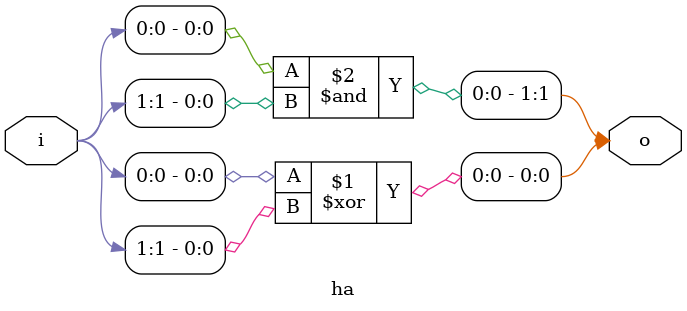
<source format=v>
module ha(
    input [1:0] i,
    output[1:0] o
);
    assign o[0] = i[0] ^ i[1];
    assign o[1] = i[0] & i[1];
endmodule
</source>
